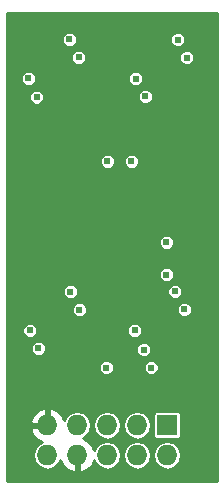
<source format=gbl>
G04 #@! TF.FileFunction,Copper,L4,Bot,Signal*
%FSLAX46Y46*%
G04 Gerber Fmt 4.6, Leading zero omitted, Abs format (unit mm)*
G04 Created by KiCad (PCBNEW 4.0.4-stable) date 10/12/16 22:12:16*
%MOMM*%
%LPD*%
G01*
G04 APERTURE LIST*
%ADD10C,0.100000*%
%ADD11R,1.727200X1.727200*%
%ADD12O,1.727200X1.727200*%
%ADD13C,0.620000*%
%ADD14C,0.200000*%
%ADD15C,0.254000*%
G04 APERTURE END LIST*
D10*
D11*
X45974000Y-58166000D03*
D12*
X45974000Y-60706000D03*
X43434000Y-58166000D03*
X43434000Y-60706000D03*
X40894000Y-58166000D03*
X40894000Y-60706000D03*
X38354000Y-58166000D03*
X38354000Y-60706000D03*
X35814000Y-58166000D03*
X35814000Y-60706000D03*
D13*
X40894000Y-35814000D03*
X46863000Y-25527000D03*
X47625000Y-27051000D03*
X34213800Y-28803600D03*
X34897412Y-30380564D03*
X43986403Y-51764283D03*
X43205400Y-50139600D03*
X38523911Y-48393207D03*
X37769800Y-46849600D03*
X42672000Y-56642000D03*
X32766000Y-55118000D03*
X46278800Y-35991800D03*
X38267200Y-35763200D03*
X40335200Y-38912800D03*
X39474757Y-30400643D03*
X48717200Y-30327600D03*
X46355000Y-28321000D03*
X42951400Y-26619200D03*
X44450000Y-25882600D03*
X37211000Y-28270200D03*
X33807400Y-26593800D03*
X35306000Y-25933400D03*
X42672000Y-46304200D03*
X44500800Y-48945800D03*
X46253400Y-51257200D03*
X47752000Y-50520600D03*
X33807400Y-46228000D03*
X35606409Y-49033630D03*
X37363400Y-51257200D03*
X38862000Y-50546000D03*
X42926000Y-35814000D03*
X44094400Y-30327600D03*
X43295256Y-28811554D03*
X37689722Y-25487593D03*
X38455600Y-27025600D03*
X46616022Y-46833415D03*
X47396400Y-48361600D03*
X35052000Y-51663600D03*
X34340800Y-50139600D03*
X45897800Y-45415200D03*
X45897800Y-42672000D03*
X40792400Y-53289200D03*
X44597601Y-53293999D03*
D14*
X42672000Y-46304200D02*
X42672000Y-45720000D01*
D15*
G36*
X50165000Y-62865000D02*
X32385000Y-62865000D01*
X32385000Y-58525027D01*
X34359032Y-58525027D01*
X34607179Y-59054490D01*
X35039053Y-59448688D01*
X35361240Y-59582134D01*
X35358377Y-59582704D01*
X34972119Y-59840794D01*
X34714029Y-60227052D01*
X34623400Y-60682675D01*
X34623400Y-60729325D01*
X34714029Y-61184948D01*
X34972119Y-61571206D01*
X35358377Y-61829296D01*
X35814000Y-61919925D01*
X36269623Y-61829296D01*
X36655881Y-61571206D01*
X36913971Y-61184948D01*
X36926266Y-61123136D01*
X37147179Y-61594490D01*
X37579053Y-61988688D01*
X37994974Y-62160958D01*
X38227000Y-62039817D01*
X38227000Y-60833000D01*
X38207000Y-60833000D01*
X38207000Y-60579000D01*
X38227000Y-60579000D01*
X38227000Y-60559000D01*
X38481000Y-60559000D01*
X38481000Y-60579000D01*
X38501000Y-60579000D01*
X38501000Y-60833000D01*
X38481000Y-60833000D01*
X38481000Y-62039817D01*
X38713026Y-62160958D01*
X39128947Y-61988688D01*
X39560821Y-61594490D01*
X39781734Y-61123136D01*
X39794029Y-61184948D01*
X40052119Y-61571206D01*
X40438377Y-61829296D01*
X40894000Y-61919925D01*
X41349623Y-61829296D01*
X41735881Y-61571206D01*
X41993971Y-61184948D01*
X42084600Y-60729325D01*
X42084600Y-60682675D01*
X42243400Y-60682675D01*
X42243400Y-60729325D01*
X42334029Y-61184948D01*
X42592119Y-61571206D01*
X42978377Y-61829296D01*
X43434000Y-61919925D01*
X43889623Y-61829296D01*
X44275881Y-61571206D01*
X44533971Y-61184948D01*
X44624600Y-60729325D01*
X44624600Y-60682675D01*
X44783400Y-60682675D01*
X44783400Y-60729325D01*
X44874029Y-61184948D01*
X45132119Y-61571206D01*
X45518377Y-61829296D01*
X45974000Y-61919925D01*
X46429623Y-61829296D01*
X46815881Y-61571206D01*
X47073971Y-61184948D01*
X47164600Y-60729325D01*
X47164600Y-60682675D01*
X47073971Y-60227052D01*
X46815881Y-59840794D01*
X46429623Y-59582704D01*
X45974000Y-59492075D01*
X45518377Y-59582704D01*
X45132119Y-59840794D01*
X44874029Y-60227052D01*
X44783400Y-60682675D01*
X44624600Y-60682675D01*
X44533971Y-60227052D01*
X44275881Y-59840794D01*
X43889623Y-59582704D01*
X43434000Y-59492075D01*
X42978377Y-59582704D01*
X42592119Y-59840794D01*
X42334029Y-60227052D01*
X42243400Y-60682675D01*
X42084600Y-60682675D01*
X41993971Y-60227052D01*
X41735881Y-59840794D01*
X41349623Y-59582704D01*
X40894000Y-59492075D01*
X40438377Y-59582704D01*
X40052119Y-59840794D01*
X39794029Y-60227052D01*
X39781734Y-60288864D01*
X39560821Y-59817510D01*
X39128947Y-59423312D01*
X38806760Y-59289866D01*
X38809623Y-59289296D01*
X39195881Y-59031206D01*
X39453971Y-58644948D01*
X39544600Y-58189325D01*
X39544600Y-58142675D01*
X39703400Y-58142675D01*
X39703400Y-58189325D01*
X39794029Y-58644948D01*
X40052119Y-59031206D01*
X40438377Y-59289296D01*
X40894000Y-59379925D01*
X41349623Y-59289296D01*
X41735881Y-59031206D01*
X41993971Y-58644948D01*
X42084600Y-58189325D01*
X42084600Y-58142675D01*
X42243400Y-58142675D01*
X42243400Y-58189325D01*
X42334029Y-58644948D01*
X42592119Y-59031206D01*
X42978377Y-59289296D01*
X43434000Y-59379925D01*
X43889623Y-59289296D01*
X44275881Y-59031206D01*
X44533971Y-58644948D01*
X44624600Y-58189325D01*
X44624600Y-58142675D01*
X44533971Y-57687052D01*
X44276955Y-57302400D01*
X44776994Y-57302400D01*
X44776994Y-59029600D01*
X44799795Y-59150779D01*
X44871412Y-59262074D01*
X44980686Y-59336738D01*
X45110400Y-59363006D01*
X46837600Y-59363006D01*
X46958779Y-59340205D01*
X47070074Y-59268588D01*
X47144738Y-59159314D01*
X47171006Y-59029600D01*
X47171006Y-57302400D01*
X47148205Y-57181221D01*
X47076588Y-57069926D01*
X46967314Y-56995262D01*
X46837600Y-56968994D01*
X45110400Y-56968994D01*
X44989221Y-56991795D01*
X44877926Y-57063412D01*
X44803262Y-57172686D01*
X44776994Y-57302400D01*
X44276955Y-57302400D01*
X44275881Y-57300794D01*
X43889623Y-57042704D01*
X43434000Y-56952075D01*
X42978377Y-57042704D01*
X42592119Y-57300794D01*
X42334029Y-57687052D01*
X42243400Y-58142675D01*
X42084600Y-58142675D01*
X41993971Y-57687052D01*
X41735881Y-57300794D01*
X41349623Y-57042704D01*
X40894000Y-56952075D01*
X40438377Y-57042704D01*
X40052119Y-57300794D01*
X39794029Y-57687052D01*
X39703400Y-58142675D01*
X39544600Y-58142675D01*
X39453971Y-57687052D01*
X39195881Y-57300794D01*
X38809623Y-57042704D01*
X38354000Y-56952075D01*
X37898377Y-57042704D01*
X37512119Y-57300794D01*
X37254029Y-57687052D01*
X37241734Y-57748864D01*
X37020821Y-57277510D01*
X36588947Y-56883312D01*
X36173026Y-56711042D01*
X35941000Y-56832183D01*
X35941000Y-58039000D01*
X35961000Y-58039000D01*
X35961000Y-58293000D01*
X35941000Y-58293000D01*
X35941000Y-58313000D01*
X35687000Y-58313000D01*
X35687000Y-58293000D01*
X34479531Y-58293000D01*
X34359032Y-58525027D01*
X32385000Y-58525027D01*
X32385000Y-57806973D01*
X34359032Y-57806973D01*
X34479531Y-58039000D01*
X35687000Y-58039000D01*
X35687000Y-56832183D01*
X35454974Y-56711042D01*
X35039053Y-56883312D01*
X34607179Y-57277510D01*
X34359032Y-57806973D01*
X32385000Y-57806973D01*
X32385000Y-53415351D01*
X40155289Y-53415351D01*
X40252062Y-53649560D01*
X40431097Y-53828908D01*
X40665137Y-53926090D01*
X40918551Y-53926311D01*
X41152760Y-53829538D01*
X41332108Y-53650503D01*
X41427759Y-53420150D01*
X43960490Y-53420150D01*
X44057263Y-53654359D01*
X44236298Y-53833707D01*
X44470338Y-53930889D01*
X44723752Y-53931110D01*
X44957961Y-53834337D01*
X45137309Y-53655302D01*
X45234491Y-53421262D01*
X45234712Y-53167848D01*
X45137939Y-52933639D01*
X44958904Y-52754291D01*
X44724864Y-52657109D01*
X44471450Y-52656888D01*
X44237241Y-52753661D01*
X44057893Y-52932696D01*
X43960711Y-53166736D01*
X43960490Y-53420150D01*
X41427759Y-53420150D01*
X41429290Y-53416463D01*
X41429511Y-53163049D01*
X41332738Y-52928840D01*
X41153703Y-52749492D01*
X40919663Y-52652310D01*
X40666249Y-52652089D01*
X40432040Y-52748862D01*
X40252692Y-52927897D01*
X40155510Y-53161937D01*
X40155289Y-53415351D01*
X32385000Y-53415351D01*
X32385000Y-51789751D01*
X34414889Y-51789751D01*
X34511662Y-52023960D01*
X34690697Y-52203308D01*
X34924737Y-52300490D01*
X35178151Y-52300711D01*
X35412360Y-52203938D01*
X35591708Y-52024903D01*
X35647544Y-51890434D01*
X43349292Y-51890434D01*
X43446065Y-52124643D01*
X43625100Y-52303991D01*
X43859140Y-52401173D01*
X44112554Y-52401394D01*
X44346763Y-52304621D01*
X44526111Y-52125586D01*
X44623293Y-51891546D01*
X44623514Y-51638132D01*
X44526741Y-51403923D01*
X44347706Y-51224575D01*
X44113666Y-51127393D01*
X43860252Y-51127172D01*
X43626043Y-51223945D01*
X43446695Y-51402980D01*
X43349513Y-51637020D01*
X43349292Y-51890434D01*
X35647544Y-51890434D01*
X35688890Y-51790863D01*
X35689111Y-51537449D01*
X35592338Y-51303240D01*
X35413303Y-51123892D01*
X35179263Y-51026710D01*
X34925849Y-51026489D01*
X34691640Y-51123262D01*
X34512292Y-51302297D01*
X34415110Y-51536337D01*
X34414889Y-51789751D01*
X32385000Y-51789751D01*
X32385000Y-50265751D01*
X33703689Y-50265751D01*
X33800462Y-50499960D01*
X33979497Y-50679308D01*
X34213537Y-50776490D01*
X34466951Y-50776711D01*
X34701160Y-50679938D01*
X34880508Y-50500903D01*
X34977690Y-50266863D01*
X34977690Y-50265751D01*
X42568289Y-50265751D01*
X42665062Y-50499960D01*
X42844097Y-50679308D01*
X43078137Y-50776490D01*
X43331551Y-50776711D01*
X43565760Y-50679938D01*
X43745108Y-50500903D01*
X43842290Y-50266863D01*
X43842511Y-50013449D01*
X43745738Y-49779240D01*
X43566703Y-49599892D01*
X43332663Y-49502710D01*
X43079249Y-49502489D01*
X42845040Y-49599262D01*
X42665692Y-49778297D01*
X42568510Y-50012337D01*
X42568289Y-50265751D01*
X34977690Y-50265751D01*
X34977911Y-50013449D01*
X34881138Y-49779240D01*
X34702103Y-49599892D01*
X34468063Y-49502710D01*
X34214649Y-49502489D01*
X33980440Y-49599262D01*
X33801092Y-49778297D01*
X33703910Y-50012337D01*
X33703689Y-50265751D01*
X32385000Y-50265751D01*
X32385000Y-48519358D01*
X37886800Y-48519358D01*
X37983573Y-48753567D01*
X38162608Y-48932915D01*
X38396648Y-49030097D01*
X38650062Y-49030318D01*
X38884271Y-48933545D01*
X39063619Y-48754510D01*
X39160801Y-48520470D01*
X39160829Y-48487751D01*
X46759289Y-48487751D01*
X46856062Y-48721960D01*
X47035097Y-48901308D01*
X47269137Y-48998490D01*
X47522551Y-48998711D01*
X47756760Y-48901938D01*
X47936108Y-48722903D01*
X48033290Y-48488863D01*
X48033511Y-48235449D01*
X47936738Y-48001240D01*
X47757703Y-47821892D01*
X47523663Y-47724710D01*
X47270249Y-47724489D01*
X47036040Y-47821262D01*
X46856692Y-48000297D01*
X46759510Y-48234337D01*
X46759289Y-48487751D01*
X39160829Y-48487751D01*
X39161022Y-48267056D01*
X39064249Y-48032847D01*
X38885214Y-47853499D01*
X38651174Y-47756317D01*
X38397760Y-47756096D01*
X38163551Y-47852869D01*
X37984203Y-48031904D01*
X37887021Y-48265944D01*
X37886800Y-48519358D01*
X32385000Y-48519358D01*
X32385000Y-46975751D01*
X37132689Y-46975751D01*
X37229462Y-47209960D01*
X37408497Y-47389308D01*
X37642537Y-47486490D01*
X37895951Y-47486711D01*
X38130160Y-47389938D01*
X38309508Y-47210903D01*
X38406690Y-46976863D01*
X38406705Y-46959566D01*
X45978911Y-46959566D01*
X46075684Y-47193775D01*
X46254719Y-47373123D01*
X46488759Y-47470305D01*
X46742173Y-47470526D01*
X46976382Y-47373753D01*
X47155730Y-47194718D01*
X47252912Y-46960678D01*
X47253133Y-46707264D01*
X47156360Y-46473055D01*
X46977325Y-46293707D01*
X46743285Y-46196525D01*
X46489871Y-46196304D01*
X46255662Y-46293077D01*
X46076314Y-46472112D01*
X45979132Y-46706152D01*
X45978911Y-46959566D01*
X38406705Y-46959566D01*
X38406911Y-46723449D01*
X38310138Y-46489240D01*
X38131103Y-46309892D01*
X37897063Y-46212710D01*
X37643649Y-46212489D01*
X37409440Y-46309262D01*
X37230092Y-46488297D01*
X37132910Y-46722337D01*
X37132689Y-46975751D01*
X32385000Y-46975751D01*
X32385000Y-45541351D01*
X45260689Y-45541351D01*
X45357462Y-45775560D01*
X45536497Y-45954908D01*
X45770537Y-46052090D01*
X46023951Y-46052311D01*
X46258160Y-45955538D01*
X46437508Y-45776503D01*
X46534690Y-45542463D01*
X46534911Y-45289049D01*
X46438138Y-45054840D01*
X46259103Y-44875492D01*
X46025063Y-44778310D01*
X45771649Y-44778089D01*
X45537440Y-44874862D01*
X45358092Y-45053897D01*
X45260910Y-45287937D01*
X45260689Y-45541351D01*
X32385000Y-45541351D01*
X32385000Y-42798151D01*
X45260689Y-42798151D01*
X45357462Y-43032360D01*
X45536497Y-43211708D01*
X45770537Y-43308890D01*
X46023951Y-43309111D01*
X46258160Y-43212338D01*
X46437508Y-43033303D01*
X46534690Y-42799263D01*
X46534911Y-42545849D01*
X46438138Y-42311640D01*
X46259103Y-42132292D01*
X46025063Y-42035110D01*
X45771649Y-42034889D01*
X45537440Y-42131662D01*
X45358092Y-42310697D01*
X45260910Y-42544737D01*
X45260689Y-42798151D01*
X32385000Y-42798151D01*
X32385000Y-35940151D01*
X40256889Y-35940151D01*
X40353662Y-36174360D01*
X40532697Y-36353708D01*
X40766737Y-36450890D01*
X41020151Y-36451111D01*
X41254360Y-36354338D01*
X41433708Y-36175303D01*
X41530890Y-35941263D01*
X41530890Y-35940151D01*
X42288889Y-35940151D01*
X42385662Y-36174360D01*
X42564697Y-36353708D01*
X42798737Y-36450890D01*
X43052151Y-36451111D01*
X43286360Y-36354338D01*
X43465708Y-36175303D01*
X43562890Y-35941263D01*
X43563111Y-35687849D01*
X43466338Y-35453640D01*
X43287303Y-35274292D01*
X43053263Y-35177110D01*
X42799849Y-35176889D01*
X42565640Y-35273662D01*
X42386292Y-35452697D01*
X42289110Y-35686737D01*
X42288889Y-35940151D01*
X41530890Y-35940151D01*
X41531111Y-35687849D01*
X41434338Y-35453640D01*
X41255303Y-35274292D01*
X41021263Y-35177110D01*
X40767849Y-35176889D01*
X40533640Y-35273662D01*
X40354292Y-35452697D01*
X40257110Y-35686737D01*
X40256889Y-35940151D01*
X32385000Y-35940151D01*
X32385000Y-30506715D01*
X34260301Y-30506715D01*
X34357074Y-30740924D01*
X34536109Y-30920272D01*
X34770149Y-31017454D01*
X35023563Y-31017675D01*
X35257772Y-30920902D01*
X35437120Y-30741867D01*
X35534302Y-30507827D01*
X35534349Y-30453751D01*
X43457289Y-30453751D01*
X43554062Y-30687960D01*
X43733097Y-30867308D01*
X43967137Y-30964490D01*
X44220551Y-30964711D01*
X44454760Y-30867938D01*
X44634108Y-30688903D01*
X44731290Y-30454863D01*
X44731511Y-30201449D01*
X44634738Y-29967240D01*
X44455703Y-29787892D01*
X44221663Y-29690710D01*
X43968249Y-29690489D01*
X43734040Y-29787262D01*
X43554692Y-29966297D01*
X43457510Y-30200337D01*
X43457289Y-30453751D01*
X35534349Y-30453751D01*
X35534523Y-30254413D01*
X35437750Y-30020204D01*
X35258715Y-29840856D01*
X35024675Y-29743674D01*
X34771261Y-29743453D01*
X34537052Y-29840226D01*
X34357704Y-30019261D01*
X34260522Y-30253301D01*
X34260301Y-30506715D01*
X32385000Y-30506715D01*
X32385000Y-28929751D01*
X33576689Y-28929751D01*
X33673462Y-29163960D01*
X33852497Y-29343308D01*
X34086537Y-29440490D01*
X34339951Y-29440711D01*
X34574160Y-29343938D01*
X34753508Y-29164903D01*
X34847848Y-28937705D01*
X42658145Y-28937705D01*
X42754918Y-29171914D01*
X42933953Y-29351262D01*
X43167993Y-29448444D01*
X43421407Y-29448665D01*
X43655616Y-29351892D01*
X43834964Y-29172857D01*
X43932146Y-28938817D01*
X43932367Y-28685403D01*
X43835594Y-28451194D01*
X43656559Y-28271846D01*
X43422519Y-28174664D01*
X43169105Y-28174443D01*
X42934896Y-28271216D01*
X42755548Y-28450251D01*
X42658366Y-28684291D01*
X42658145Y-28937705D01*
X34847848Y-28937705D01*
X34850690Y-28930863D01*
X34850911Y-28677449D01*
X34754138Y-28443240D01*
X34575103Y-28263892D01*
X34341063Y-28166710D01*
X34087649Y-28166489D01*
X33853440Y-28263262D01*
X33674092Y-28442297D01*
X33576910Y-28676337D01*
X33576689Y-28929751D01*
X32385000Y-28929751D01*
X32385000Y-27151751D01*
X37818489Y-27151751D01*
X37915262Y-27385960D01*
X38094297Y-27565308D01*
X38328337Y-27662490D01*
X38581751Y-27662711D01*
X38815960Y-27565938D01*
X38995308Y-27386903D01*
X39082404Y-27177151D01*
X46987889Y-27177151D01*
X47084662Y-27411360D01*
X47263697Y-27590708D01*
X47497737Y-27687890D01*
X47751151Y-27688111D01*
X47985360Y-27591338D01*
X48164708Y-27412303D01*
X48261890Y-27178263D01*
X48262111Y-26924849D01*
X48165338Y-26690640D01*
X47986303Y-26511292D01*
X47752263Y-26414110D01*
X47498849Y-26413889D01*
X47264640Y-26510662D01*
X47085292Y-26689697D01*
X46988110Y-26923737D01*
X46987889Y-27177151D01*
X39082404Y-27177151D01*
X39092490Y-27152863D01*
X39092711Y-26899449D01*
X38995938Y-26665240D01*
X38816903Y-26485892D01*
X38582863Y-26388710D01*
X38329449Y-26388489D01*
X38095240Y-26485262D01*
X37915892Y-26664297D01*
X37818710Y-26898337D01*
X37818489Y-27151751D01*
X32385000Y-27151751D01*
X32385000Y-25613744D01*
X37052611Y-25613744D01*
X37149384Y-25847953D01*
X37328419Y-26027301D01*
X37562459Y-26124483D01*
X37815873Y-26124704D01*
X38050082Y-26027931D01*
X38229430Y-25848896D01*
X38310710Y-25653151D01*
X46225889Y-25653151D01*
X46322662Y-25887360D01*
X46501697Y-26066708D01*
X46735737Y-26163890D01*
X46989151Y-26164111D01*
X47223360Y-26067338D01*
X47402708Y-25888303D01*
X47499890Y-25654263D01*
X47500111Y-25400849D01*
X47403338Y-25166640D01*
X47224303Y-24987292D01*
X46990263Y-24890110D01*
X46736849Y-24889889D01*
X46502640Y-24986662D01*
X46323292Y-25165697D01*
X46226110Y-25399737D01*
X46225889Y-25653151D01*
X38310710Y-25653151D01*
X38326612Y-25614856D01*
X38326833Y-25361442D01*
X38230060Y-25127233D01*
X38051025Y-24947885D01*
X37816985Y-24850703D01*
X37563571Y-24850482D01*
X37329362Y-24947255D01*
X37150014Y-25126290D01*
X37052832Y-25360330D01*
X37052611Y-25613744D01*
X32385000Y-25613744D01*
X32385000Y-23241000D01*
X50165000Y-23241000D01*
X50165000Y-62865000D01*
X50165000Y-62865000D01*
G37*
X50165000Y-62865000D02*
X32385000Y-62865000D01*
X32385000Y-58525027D01*
X34359032Y-58525027D01*
X34607179Y-59054490D01*
X35039053Y-59448688D01*
X35361240Y-59582134D01*
X35358377Y-59582704D01*
X34972119Y-59840794D01*
X34714029Y-60227052D01*
X34623400Y-60682675D01*
X34623400Y-60729325D01*
X34714029Y-61184948D01*
X34972119Y-61571206D01*
X35358377Y-61829296D01*
X35814000Y-61919925D01*
X36269623Y-61829296D01*
X36655881Y-61571206D01*
X36913971Y-61184948D01*
X36926266Y-61123136D01*
X37147179Y-61594490D01*
X37579053Y-61988688D01*
X37994974Y-62160958D01*
X38227000Y-62039817D01*
X38227000Y-60833000D01*
X38207000Y-60833000D01*
X38207000Y-60579000D01*
X38227000Y-60579000D01*
X38227000Y-60559000D01*
X38481000Y-60559000D01*
X38481000Y-60579000D01*
X38501000Y-60579000D01*
X38501000Y-60833000D01*
X38481000Y-60833000D01*
X38481000Y-62039817D01*
X38713026Y-62160958D01*
X39128947Y-61988688D01*
X39560821Y-61594490D01*
X39781734Y-61123136D01*
X39794029Y-61184948D01*
X40052119Y-61571206D01*
X40438377Y-61829296D01*
X40894000Y-61919925D01*
X41349623Y-61829296D01*
X41735881Y-61571206D01*
X41993971Y-61184948D01*
X42084600Y-60729325D01*
X42084600Y-60682675D01*
X42243400Y-60682675D01*
X42243400Y-60729325D01*
X42334029Y-61184948D01*
X42592119Y-61571206D01*
X42978377Y-61829296D01*
X43434000Y-61919925D01*
X43889623Y-61829296D01*
X44275881Y-61571206D01*
X44533971Y-61184948D01*
X44624600Y-60729325D01*
X44624600Y-60682675D01*
X44783400Y-60682675D01*
X44783400Y-60729325D01*
X44874029Y-61184948D01*
X45132119Y-61571206D01*
X45518377Y-61829296D01*
X45974000Y-61919925D01*
X46429623Y-61829296D01*
X46815881Y-61571206D01*
X47073971Y-61184948D01*
X47164600Y-60729325D01*
X47164600Y-60682675D01*
X47073971Y-60227052D01*
X46815881Y-59840794D01*
X46429623Y-59582704D01*
X45974000Y-59492075D01*
X45518377Y-59582704D01*
X45132119Y-59840794D01*
X44874029Y-60227052D01*
X44783400Y-60682675D01*
X44624600Y-60682675D01*
X44533971Y-60227052D01*
X44275881Y-59840794D01*
X43889623Y-59582704D01*
X43434000Y-59492075D01*
X42978377Y-59582704D01*
X42592119Y-59840794D01*
X42334029Y-60227052D01*
X42243400Y-60682675D01*
X42084600Y-60682675D01*
X41993971Y-60227052D01*
X41735881Y-59840794D01*
X41349623Y-59582704D01*
X40894000Y-59492075D01*
X40438377Y-59582704D01*
X40052119Y-59840794D01*
X39794029Y-60227052D01*
X39781734Y-60288864D01*
X39560821Y-59817510D01*
X39128947Y-59423312D01*
X38806760Y-59289866D01*
X38809623Y-59289296D01*
X39195881Y-59031206D01*
X39453971Y-58644948D01*
X39544600Y-58189325D01*
X39544600Y-58142675D01*
X39703400Y-58142675D01*
X39703400Y-58189325D01*
X39794029Y-58644948D01*
X40052119Y-59031206D01*
X40438377Y-59289296D01*
X40894000Y-59379925D01*
X41349623Y-59289296D01*
X41735881Y-59031206D01*
X41993971Y-58644948D01*
X42084600Y-58189325D01*
X42084600Y-58142675D01*
X42243400Y-58142675D01*
X42243400Y-58189325D01*
X42334029Y-58644948D01*
X42592119Y-59031206D01*
X42978377Y-59289296D01*
X43434000Y-59379925D01*
X43889623Y-59289296D01*
X44275881Y-59031206D01*
X44533971Y-58644948D01*
X44624600Y-58189325D01*
X44624600Y-58142675D01*
X44533971Y-57687052D01*
X44276955Y-57302400D01*
X44776994Y-57302400D01*
X44776994Y-59029600D01*
X44799795Y-59150779D01*
X44871412Y-59262074D01*
X44980686Y-59336738D01*
X45110400Y-59363006D01*
X46837600Y-59363006D01*
X46958779Y-59340205D01*
X47070074Y-59268588D01*
X47144738Y-59159314D01*
X47171006Y-59029600D01*
X47171006Y-57302400D01*
X47148205Y-57181221D01*
X47076588Y-57069926D01*
X46967314Y-56995262D01*
X46837600Y-56968994D01*
X45110400Y-56968994D01*
X44989221Y-56991795D01*
X44877926Y-57063412D01*
X44803262Y-57172686D01*
X44776994Y-57302400D01*
X44276955Y-57302400D01*
X44275881Y-57300794D01*
X43889623Y-57042704D01*
X43434000Y-56952075D01*
X42978377Y-57042704D01*
X42592119Y-57300794D01*
X42334029Y-57687052D01*
X42243400Y-58142675D01*
X42084600Y-58142675D01*
X41993971Y-57687052D01*
X41735881Y-57300794D01*
X41349623Y-57042704D01*
X40894000Y-56952075D01*
X40438377Y-57042704D01*
X40052119Y-57300794D01*
X39794029Y-57687052D01*
X39703400Y-58142675D01*
X39544600Y-58142675D01*
X39453971Y-57687052D01*
X39195881Y-57300794D01*
X38809623Y-57042704D01*
X38354000Y-56952075D01*
X37898377Y-57042704D01*
X37512119Y-57300794D01*
X37254029Y-57687052D01*
X37241734Y-57748864D01*
X37020821Y-57277510D01*
X36588947Y-56883312D01*
X36173026Y-56711042D01*
X35941000Y-56832183D01*
X35941000Y-58039000D01*
X35961000Y-58039000D01*
X35961000Y-58293000D01*
X35941000Y-58293000D01*
X35941000Y-58313000D01*
X35687000Y-58313000D01*
X35687000Y-58293000D01*
X34479531Y-58293000D01*
X34359032Y-58525027D01*
X32385000Y-58525027D01*
X32385000Y-57806973D01*
X34359032Y-57806973D01*
X34479531Y-58039000D01*
X35687000Y-58039000D01*
X35687000Y-56832183D01*
X35454974Y-56711042D01*
X35039053Y-56883312D01*
X34607179Y-57277510D01*
X34359032Y-57806973D01*
X32385000Y-57806973D01*
X32385000Y-53415351D01*
X40155289Y-53415351D01*
X40252062Y-53649560D01*
X40431097Y-53828908D01*
X40665137Y-53926090D01*
X40918551Y-53926311D01*
X41152760Y-53829538D01*
X41332108Y-53650503D01*
X41427759Y-53420150D01*
X43960490Y-53420150D01*
X44057263Y-53654359D01*
X44236298Y-53833707D01*
X44470338Y-53930889D01*
X44723752Y-53931110D01*
X44957961Y-53834337D01*
X45137309Y-53655302D01*
X45234491Y-53421262D01*
X45234712Y-53167848D01*
X45137939Y-52933639D01*
X44958904Y-52754291D01*
X44724864Y-52657109D01*
X44471450Y-52656888D01*
X44237241Y-52753661D01*
X44057893Y-52932696D01*
X43960711Y-53166736D01*
X43960490Y-53420150D01*
X41427759Y-53420150D01*
X41429290Y-53416463D01*
X41429511Y-53163049D01*
X41332738Y-52928840D01*
X41153703Y-52749492D01*
X40919663Y-52652310D01*
X40666249Y-52652089D01*
X40432040Y-52748862D01*
X40252692Y-52927897D01*
X40155510Y-53161937D01*
X40155289Y-53415351D01*
X32385000Y-53415351D01*
X32385000Y-51789751D01*
X34414889Y-51789751D01*
X34511662Y-52023960D01*
X34690697Y-52203308D01*
X34924737Y-52300490D01*
X35178151Y-52300711D01*
X35412360Y-52203938D01*
X35591708Y-52024903D01*
X35647544Y-51890434D01*
X43349292Y-51890434D01*
X43446065Y-52124643D01*
X43625100Y-52303991D01*
X43859140Y-52401173D01*
X44112554Y-52401394D01*
X44346763Y-52304621D01*
X44526111Y-52125586D01*
X44623293Y-51891546D01*
X44623514Y-51638132D01*
X44526741Y-51403923D01*
X44347706Y-51224575D01*
X44113666Y-51127393D01*
X43860252Y-51127172D01*
X43626043Y-51223945D01*
X43446695Y-51402980D01*
X43349513Y-51637020D01*
X43349292Y-51890434D01*
X35647544Y-51890434D01*
X35688890Y-51790863D01*
X35689111Y-51537449D01*
X35592338Y-51303240D01*
X35413303Y-51123892D01*
X35179263Y-51026710D01*
X34925849Y-51026489D01*
X34691640Y-51123262D01*
X34512292Y-51302297D01*
X34415110Y-51536337D01*
X34414889Y-51789751D01*
X32385000Y-51789751D01*
X32385000Y-50265751D01*
X33703689Y-50265751D01*
X33800462Y-50499960D01*
X33979497Y-50679308D01*
X34213537Y-50776490D01*
X34466951Y-50776711D01*
X34701160Y-50679938D01*
X34880508Y-50500903D01*
X34977690Y-50266863D01*
X34977690Y-50265751D01*
X42568289Y-50265751D01*
X42665062Y-50499960D01*
X42844097Y-50679308D01*
X43078137Y-50776490D01*
X43331551Y-50776711D01*
X43565760Y-50679938D01*
X43745108Y-50500903D01*
X43842290Y-50266863D01*
X43842511Y-50013449D01*
X43745738Y-49779240D01*
X43566703Y-49599892D01*
X43332663Y-49502710D01*
X43079249Y-49502489D01*
X42845040Y-49599262D01*
X42665692Y-49778297D01*
X42568510Y-50012337D01*
X42568289Y-50265751D01*
X34977690Y-50265751D01*
X34977911Y-50013449D01*
X34881138Y-49779240D01*
X34702103Y-49599892D01*
X34468063Y-49502710D01*
X34214649Y-49502489D01*
X33980440Y-49599262D01*
X33801092Y-49778297D01*
X33703910Y-50012337D01*
X33703689Y-50265751D01*
X32385000Y-50265751D01*
X32385000Y-48519358D01*
X37886800Y-48519358D01*
X37983573Y-48753567D01*
X38162608Y-48932915D01*
X38396648Y-49030097D01*
X38650062Y-49030318D01*
X38884271Y-48933545D01*
X39063619Y-48754510D01*
X39160801Y-48520470D01*
X39160829Y-48487751D01*
X46759289Y-48487751D01*
X46856062Y-48721960D01*
X47035097Y-48901308D01*
X47269137Y-48998490D01*
X47522551Y-48998711D01*
X47756760Y-48901938D01*
X47936108Y-48722903D01*
X48033290Y-48488863D01*
X48033511Y-48235449D01*
X47936738Y-48001240D01*
X47757703Y-47821892D01*
X47523663Y-47724710D01*
X47270249Y-47724489D01*
X47036040Y-47821262D01*
X46856692Y-48000297D01*
X46759510Y-48234337D01*
X46759289Y-48487751D01*
X39160829Y-48487751D01*
X39161022Y-48267056D01*
X39064249Y-48032847D01*
X38885214Y-47853499D01*
X38651174Y-47756317D01*
X38397760Y-47756096D01*
X38163551Y-47852869D01*
X37984203Y-48031904D01*
X37887021Y-48265944D01*
X37886800Y-48519358D01*
X32385000Y-48519358D01*
X32385000Y-46975751D01*
X37132689Y-46975751D01*
X37229462Y-47209960D01*
X37408497Y-47389308D01*
X37642537Y-47486490D01*
X37895951Y-47486711D01*
X38130160Y-47389938D01*
X38309508Y-47210903D01*
X38406690Y-46976863D01*
X38406705Y-46959566D01*
X45978911Y-46959566D01*
X46075684Y-47193775D01*
X46254719Y-47373123D01*
X46488759Y-47470305D01*
X46742173Y-47470526D01*
X46976382Y-47373753D01*
X47155730Y-47194718D01*
X47252912Y-46960678D01*
X47253133Y-46707264D01*
X47156360Y-46473055D01*
X46977325Y-46293707D01*
X46743285Y-46196525D01*
X46489871Y-46196304D01*
X46255662Y-46293077D01*
X46076314Y-46472112D01*
X45979132Y-46706152D01*
X45978911Y-46959566D01*
X38406705Y-46959566D01*
X38406911Y-46723449D01*
X38310138Y-46489240D01*
X38131103Y-46309892D01*
X37897063Y-46212710D01*
X37643649Y-46212489D01*
X37409440Y-46309262D01*
X37230092Y-46488297D01*
X37132910Y-46722337D01*
X37132689Y-46975751D01*
X32385000Y-46975751D01*
X32385000Y-45541351D01*
X45260689Y-45541351D01*
X45357462Y-45775560D01*
X45536497Y-45954908D01*
X45770537Y-46052090D01*
X46023951Y-46052311D01*
X46258160Y-45955538D01*
X46437508Y-45776503D01*
X46534690Y-45542463D01*
X46534911Y-45289049D01*
X46438138Y-45054840D01*
X46259103Y-44875492D01*
X46025063Y-44778310D01*
X45771649Y-44778089D01*
X45537440Y-44874862D01*
X45358092Y-45053897D01*
X45260910Y-45287937D01*
X45260689Y-45541351D01*
X32385000Y-45541351D01*
X32385000Y-42798151D01*
X45260689Y-42798151D01*
X45357462Y-43032360D01*
X45536497Y-43211708D01*
X45770537Y-43308890D01*
X46023951Y-43309111D01*
X46258160Y-43212338D01*
X46437508Y-43033303D01*
X46534690Y-42799263D01*
X46534911Y-42545849D01*
X46438138Y-42311640D01*
X46259103Y-42132292D01*
X46025063Y-42035110D01*
X45771649Y-42034889D01*
X45537440Y-42131662D01*
X45358092Y-42310697D01*
X45260910Y-42544737D01*
X45260689Y-42798151D01*
X32385000Y-42798151D01*
X32385000Y-35940151D01*
X40256889Y-35940151D01*
X40353662Y-36174360D01*
X40532697Y-36353708D01*
X40766737Y-36450890D01*
X41020151Y-36451111D01*
X41254360Y-36354338D01*
X41433708Y-36175303D01*
X41530890Y-35941263D01*
X41530890Y-35940151D01*
X42288889Y-35940151D01*
X42385662Y-36174360D01*
X42564697Y-36353708D01*
X42798737Y-36450890D01*
X43052151Y-36451111D01*
X43286360Y-36354338D01*
X43465708Y-36175303D01*
X43562890Y-35941263D01*
X43563111Y-35687849D01*
X43466338Y-35453640D01*
X43287303Y-35274292D01*
X43053263Y-35177110D01*
X42799849Y-35176889D01*
X42565640Y-35273662D01*
X42386292Y-35452697D01*
X42289110Y-35686737D01*
X42288889Y-35940151D01*
X41530890Y-35940151D01*
X41531111Y-35687849D01*
X41434338Y-35453640D01*
X41255303Y-35274292D01*
X41021263Y-35177110D01*
X40767849Y-35176889D01*
X40533640Y-35273662D01*
X40354292Y-35452697D01*
X40257110Y-35686737D01*
X40256889Y-35940151D01*
X32385000Y-35940151D01*
X32385000Y-30506715D01*
X34260301Y-30506715D01*
X34357074Y-30740924D01*
X34536109Y-30920272D01*
X34770149Y-31017454D01*
X35023563Y-31017675D01*
X35257772Y-30920902D01*
X35437120Y-30741867D01*
X35534302Y-30507827D01*
X35534349Y-30453751D01*
X43457289Y-30453751D01*
X43554062Y-30687960D01*
X43733097Y-30867308D01*
X43967137Y-30964490D01*
X44220551Y-30964711D01*
X44454760Y-30867938D01*
X44634108Y-30688903D01*
X44731290Y-30454863D01*
X44731511Y-30201449D01*
X44634738Y-29967240D01*
X44455703Y-29787892D01*
X44221663Y-29690710D01*
X43968249Y-29690489D01*
X43734040Y-29787262D01*
X43554692Y-29966297D01*
X43457510Y-30200337D01*
X43457289Y-30453751D01*
X35534349Y-30453751D01*
X35534523Y-30254413D01*
X35437750Y-30020204D01*
X35258715Y-29840856D01*
X35024675Y-29743674D01*
X34771261Y-29743453D01*
X34537052Y-29840226D01*
X34357704Y-30019261D01*
X34260522Y-30253301D01*
X34260301Y-30506715D01*
X32385000Y-30506715D01*
X32385000Y-28929751D01*
X33576689Y-28929751D01*
X33673462Y-29163960D01*
X33852497Y-29343308D01*
X34086537Y-29440490D01*
X34339951Y-29440711D01*
X34574160Y-29343938D01*
X34753508Y-29164903D01*
X34847848Y-28937705D01*
X42658145Y-28937705D01*
X42754918Y-29171914D01*
X42933953Y-29351262D01*
X43167993Y-29448444D01*
X43421407Y-29448665D01*
X43655616Y-29351892D01*
X43834964Y-29172857D01*
X43932146Y-28938817D01*
X43932367Y-28685403D01*
X43835594Y-28451194D01*
X43656559Y-28271846D01*
X43422519Y-28174664D01*
X43169105Y-28174443D01*
X42934896Y-28271216D01*
X42755548Y-28450251D01*
X42658366Y-28684291D01*
X42658145Y-28937705D01*
X34847848Y-28937705D01*
X34850690Y-28930863D01*
X34850911Y-28677449D01*
X34754138Y-28443240D01*
X34575103Y-28263892D01*
X34341063Y-28166710D01*
X34087649Y-28166489D01*
X33853440Y-28263262D01*
X33674092Y-28442297D01*
X33576910Y-28676337D01*
X33576689Y-28929751D01*
X32385000Y-28929751D01*
X32385000Y-27151751D01*
X37818489Y-27151751D01*
X37915262Y-27385960D01*
X38094297Y-27565308D01*
X38328337Y-27662490D01*
X38581751Y-27662711D01*
X38815960Y-27565938D01*
X38995308Y-27386903D01*
X39082404Y-27177151D01*
X46987889Y-27177151D01*
X47084662Y-27411360D01*
X47263697Y-27590708D01*
X47497737Y-27687890D01*
X47751151Y-27688111D01*
X47985360Y-27591338D01*
X48164708Y-27412303D01*
X48261890Y-27178263D01*
X48262111Y-26924849D01*
X48165338Y-26690640D01*
X47986303Y-26511292D01*
X47752263Y-26414110D01*
X47498849Y-26413889D01*
X47264640Y-26510662D01*
X47085292Y-26689697D01*
X46988110Y-26923737D01*
X46987889Y-27177151D01*
X39082404Y-27177151D01*
X39092490Y-27152863D01*
X39092711Y-26899449D01*
X38995938Y-26665240D01*
X38816903Y-26485892D01*
X38582863Y-26388710D01*
X38329449Y-26388489D01*
X38095240Y-26485262D01*
X37915892Y-26664297D01*
X37818710Y-26898337D01*
X37818489Y-27151751D01*
X32385000Y-27151751D01*
X32385000Y-25613744D01*
X37052611Y-25613744D01*
X37149384Y-25847953D01*
X37328419Y-26027301D01*
X37562459Y-26124483D01*
X37815873Y-26124704D01*
X38050082Y-26027931D01*
X38229430Y-25848896D01*
X38310710Y-25653151D01*
X46225889Y-25653151D01*
X46322662Y-25887360D01*
X46501697Y-26066708D01*
X46735737Y-26163890D01*
X46989151Y-26164111D01*
X47223360Y-26067338D01*
X47402708Y-25888303D01*
X47499890Y-25654263D01*
X47500111Y-25400849D01*
X47403338Y-25166640D01*
X47224303Y-24987292D01*
X46990263Y-24890110D01*
X46736849Y-24889889D01*
X46502640Y-24986662D01*
X46323292Y-25165697D01*
X46226110Y-25399737D01*
X46225889Y-25653151D01*
X38310710Y-25653151D01*
X38326612Y-25614856D01*
X38326833Y-25361442D01*
X38230060Y-25127233D01*
X38051025Y-24947885D01*
X37816985Y-24850703D01*
X37563571Y-24850482D01*
X37329362Y-24947255D01*
X37150014Y-25126290D01*
X37052832Y-25360330D01*
X37052611Y-25613744D01*
X32385000Y-25613744D01*
X32385000Y-23241000D01*
X50165000Y-23241000D01*
X50165000Y-62865000D01*
M02*

</source>
